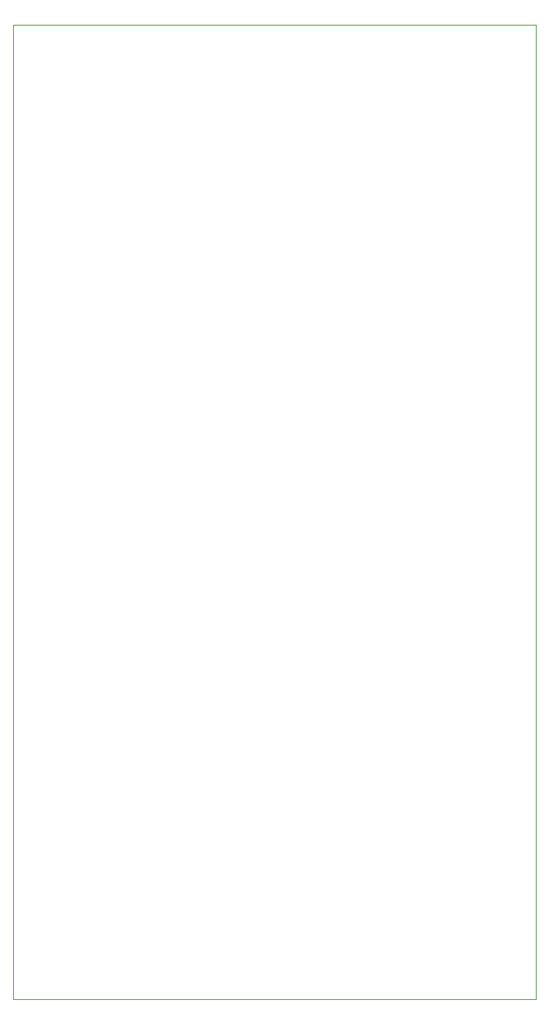
<source format=gm1>
G04 #@! TF.GenerationSoftware,KiCad,Pcbnew,8.0.5-8.0.5-0~ubuntu22.04.1*
G04 #@! TF.CreationDate,2024-10-01T13:57:59+02:00*
G04 #@! TF.ProjectId,wire-cutter,77697265-2d63-4757-9474-65722e6b6963,rev?*
G04 #@! TF.SameCoordinates,Original*
G04 #@! TF.FileFunction,Profile,NP*
%FSLAX46Y46*%
G04 Gerber Fmt 4.6, Leading zero omitted, Abs format (unit mm)*
G04 Created by KiCad (PCBNEW 8.0.5-8.0.5-0~ubuntu22.04.1) date 2024-10-01 13:57:59*
%MOMM*%
%LPD*%
G01*
G04 APERTURE LIST*
G04 #@! TA.AperFunction,Profile*
%ADD10C,0.050000*%
G04 #@! TD*
G04 APERTURE END LIST*
D10*
X61610000Y-27800000D02*
X122310000Y-27800000D01*
X122310000Y-140890000D01*
X61610000Y-140890000D01*
X61610000Y-27800000D01*
M02*

</source>
